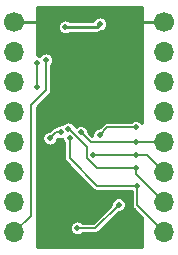
<source format=gbr>
%TF.GenerationSoftware,KiCad,Pcbnew,(5.1.6)-1*%
%TF.CreationDate,2020-10-27T18:31:36-05:00*%
%TF.ProjectId,ice30lp384_dev_board,69636533-306c-4703-9338-345f6465765f,rev?*%
%TF.SameCoordinates,Original*%
%TF.FileFunction,Copper,L2,Bot*%
%TF.FilePolarity,Positive*%
%FSLAX46Y46*%
G04 Gerber Fmt 4.6, Leading zero omitted, Abs format (unit mm)*
G04 Created by KiCad (PCBNEW (5.1.6)-1) date 2020-10-27 18:31:36*
%MOMM*%
%LPD*%
G01*
G04 APERTURE LIST*
%TA.AperFunction,ComponentPad*%
%ADD10C,1.700000*%
%TD*%
%TA.AperFunction,ComponentPad*%
%ADD11O,1.700000X1.700000*%
%TD*%
%TA.AperFunction,ViaPad*%
%ADD12C,0.508000*%
%TD*%
%TA.AperFunction,ViaPad*%
%ADD13C,0.635000*%
%TD*%
%TA.AperFunction,Conductor*%
%ADD14C,0.254000*%
%TD*%
%TA.AperFunction,Conductor*%
%ADD15C,0.152400*%
%TD*%
%TA.AperFunction,Conductor*%
%ADD16C,0.203200*%
%TD*%
G04 APERTURE END LIST*
D10*
%TO.P,J2,1*%
%TO.N,GND*%
X125349000Y-48895000D03*
D11*
%TO.P,J2,2*%
%TO.N,+3V3*%
X125349000Y-51435000D03*
%TO.P,J2,3*%
%TO.N,SCK*%
X125349000Y-53975000D03*
%TO.P,J2,4*%
%TO.N,MISO*%
X125349000Y-56515000D03*
%TO.P,J2,5*%
%TO.N,MOSI*%
X125349000Y-59055000D03*
%TO.P,J2,6*%
%TO.N,CS0*%
X125349000Y-61595000D03*
%TO.P,J2,7*%
%TO.N,CRESET*%
X125349000Y-64135000D03*
%TO.P,J2,8*%
%TO.N,CDONE*%
X125349000Y-66675000D03*
%TD*%
D10*
%TO.P,J1,1*%
%TO.N,GND*%
X112649000Y-48895000D03*
D11*
%TO.P,J1,2*%
%TO.N,+3V3*%
X112649000Y-51435000D03*
%TO.P,J1,3*%
%TO.N,IO_1*%
X112649000Y-53975000D03*
%TO.P,J1,4*%
%TO.N,IO_2*%
X112649000Y-56515000D03*
%TO.P,J1,5*%
%TO.N,IO_3*%
X112649000Y-59055000D03*
%TO.P,J1,6*%
%TO.N,IO_4*%
X112649000Y-61595000D03*
%TO.P,J1,7*%
%TO.N,IO_5*%
X112649000Y-64135000D03*
%TO.P,J1,8*%
%TO.N,IO_32*%
X112649000Y-66675000D03*
%TD*%
D12*
%TO.N,GND*%
X116840000Y-50673000D03*
X116967000Y-48514000D03*
X118237000Y-67564000D03*
X117729000Y-61849000D03*
D13*
X118534000Y-54570000D03*
X122174000Y-52197000D03*
D12*
%TO.N,+3V3*%
X117983000Y-66294000D03*
X121474000Y-64327000D03*
X116604500Y-58160124D03*
X115663765Y-58694436D03*
X114554000Y-52312000D03*
X114554000Y-54356000D03*
%TO.N,+2V5*%
X119888000Y-49022000D03*
X116967000Y-49276000D03*
%TO.N,IO_32*%
X115316000Y-52070000D03*
%TO.N,CDONE*%
X123063000Y-62738000D03*
X117348008Y-58674000D03*
%TO.N,CRESET*%
X122936000Y-61214000D03*
X117221000Y-57912000D03*
%TO.N,CS0*%
X122920747Y-60091326D03*
X119284000Y-60102000D03*
%TO.N,MOSI*%
X122936000Y-59054992D03*
X118275990Y-58202495D03*
%TO.N,SCK*%
X122936000Y-57785000D03*
X119889988Y-58420000D03*
%TD*%
D14*
%TO.N,GND*%
X112649000Y-48895000D02*
X114681000Y-48895000D01*
X125349000Y-48895000D02*
X123063000Y-48895000D01*
D15*
%TO.N,+3V3*%
X119507000Y-66294000D02*
X121474000Y-64327000D01*
X117983000Y-66294000D02*
X119507000Y-66294000D01*
D16*
X116604500Y-58160124D02*
X116198077Y-58160124D01*
X116198077Y-58160124D02*
X115663765Y-58694436D01*
X114554000Y-52312000D02*
X114554000Y-54356000D01*
D14*
%TO.N,+2V5*%
X119888000Y-49022000D02*
X119634000Y-49276000D01*
X119634000Y-49276000D02*
X116967000Y-49276000D01*
D16*
%TO.N,IO_32*%
X112649000Y-66675000D02*
X114046000Y-65278000D01*
X114046000Y-65278000D02*
X114046000Y-55880000D01*
X114046000Y-55880000D02*
X115316000Y-54610000D01*
X115316000Y-54610000D02*
X115316000Y-52070000D01*
D15*
%TO.N,CDONE*%
X125349000Y-66675000D02*
X123063000Y-64389000D01*
X123063000Y-64389000D02*
X123063000Y-62738000D01*
X117348008Y-60404242D02*
X117348008Y-58674000D01*
X119681766Y-62738000D02*
X117348008Y-60404242D01*
X123063000Y-62738000D02*
X119681766Y-62738000D01*
%TO.N,CRESET*%
X125349000Y-64135000D02*
X122936000Y-61722000D01*
X122936000Y-61722000D02*
X122936000Y-61214000D01*
X119681750Y-61214000D02*
X122936000Y-61214000D01*
X118801399Y-60333649D02*
X119681750Y-61214000D01*
X118801399Y-59413141D02*
X118801399Y-60333649D01*
X117300258Y-57912000D02*
X118801399Y-59413141D01*
X117221000Y-57912000D02*
X117300258Y-57912000D01*
D16*
%TO.N,CS0*%
X125349000Y-60960000D02*
X125349000Y-61595000D01*
D15*
X125349000Y-61595000D02*
X123845326Y-60091326D01*
X123845326Y-60091326D02*
X122920747Y-60091326D01*
X122920747Y-60091326D02*
X119294674Y-60091326D01*
X119294674Y-60091326D02*
X119284000Y-60102000D01*
D16*
%TO.N,MOSI*%
X125349000Y-58928000D02*
X125349000Y-59055000D01*
D15*
X125349000Y-59055000D02*
X122936008Y-59055000D01*
X122936008Y-59055000D02*
X122936000Y-59054992D01*
X122936000Y-59054992D02*
X119128487Y-59054992D01*
X119128487Y-59054992D02*
X118275990Y-58202495D01*
%TO.N,SCK*%
X120524988Y-57785000D02*
X119889988Y-58420000D01*
X122936000Y-57785000D02*
X120524988Y-57785000D01*
%TD*%
D14*
%TO.N,GND*%
G36*
X123444000Y-57402307D02*
G01*
X123429236Y-57380211D01*
X123340789Y-57291764D01*
X123236785Y-57222271D01*
X123121223Y-57174403D01*
X122998542Y-57150000D01*
X122873458Y-57150000D01*
X122750777Y-57174403D01*
X122635215Y-57222271D01*
X122531211Y-57291764D01*
X122495175Y-57327800D01*
X120547438Y-57327800D01*
X120524988Y-57325589D01*
X120502538Y-57327800D01*
X120502528Y-57327800D01*
X120435361Y-57334415D01*
X120369237Y-57354474D01*
X120349178Y-57360559D01*
X120269752Y-57403013D01*
X120217580Y-57445829D01*
X120217574Y-57445835D01*
X120200135Y-57460147D01*
X120185822Y-57477587D01*
X119878410Y-57785000D01*
X119827446Y-57785000D01*
X119704765Y-57809403D01*
X119589203Y-57857271D01*
X119485199Y-57926764D01*
X119396752Y-58015211D01*
X119327259Y-58119215D01*
X119279391Y-58234777D01*
X119254988Y-58357458D01*
X119254988Y-58482542D01*
X119267993Y-58547920D01*
X118910990Y-58190918D01*
X118910990Y-58139953D01*
X118886587Y-58017272D01*
X118838719Y-57901710D01*
X118769226Y-57797706D01*
X118680779Y-57709259D01*
X118576775Y-57639766D01*
X118461213Y-57591898D01*
X118338532Y-57567495D01*
X118213448Y-57567495D01*
X118090767Y-57591898D01*
X117975205Y-57639766D01*
X117871201Y-57709259D01*
X117835261Y-57745199D01*
X117831597Y-57726777D01*
X117783729Y-57611215D01*
X117714236Y-57507211D01*
X117625789Y-57418764D01*
X117521785Y-57349271D01*
X117406223Y-57301403D01*
X117283542Y-57277000D01*
X117158458Y-57277000D01*
X117035777Y-57301403D01*
X116920215Y-57349271D01*
X116816211Y-57418764D01*
X116727764Y-57507211D01*
X116710075Y-57533684D01*
X116667042Y-57525124D01*
X116541958Y-57525124D01*
X116419277Y-57549527D01*
X116303715Y-57597395D01*
X116199711Y-57666888D01*
X116190682Y-57675917D01*
X116174371Y-57677524D01*
X116174370Y-57677524D01*
X116103471Y-57684507D01*
X116012500Y-57712102D01*
X115928662Y-57756915D01*
X115855176Y-57817223D01*
X115840060Y-57835642D01*
X115616266Y-58059436D01*
X115601223Y-58059436D01*
X115478542Y-58083839D01*
X115362980Y-58131707D01*
X115258976Y-58201200D01*
X115170529Y-58289647D01*
X115101036Y-58393651D01*
X115053168Y-58509213D01*
X115028765Y-58631894D01*
X115028765Y-58756978D01*
X115053168Y-58879659D01*
X115101036Y-58995221D01*
X115170529Y-59099225D01*
X115258976Y-59187672D01*
X115362980Y-59257165D01*
X115478542Y-59305033D01*
X115601223Y-59329436D01*
X115726307Y-59329436D01*
X115848988Y-59305033D01*
X115964550Y-59257165D01*
X116068554Y-59187672D01*
X116157001Y-59099225D01*
X116226494Y-58995221D01*
X116274362Y-58879659D01*
X116298765Y-58756978D01*
X116298765Y-58741935D01*
X116313708Y-58726992D01*
X116419277Y-58770721D01*
X116541958Y-58795124D01*
X116667042Y-58795124D01*
X116722468Y-58784099D01*
X116737411Y-58859223D01*
X116785279Y-58974785D01*
X116854772Y-59078789D01*
X116890809Y-59114826D01*
X116890808Y-60381792D01*
X116888597Y-60404242D01*
X116890808Y-60426692D01*
X116890808Y-60426701D01*
X116897423Y-60493868D01*
X116923567Y-60580050D01*
X116966021Y-60659477D01*
X117023155Y-60729095D01*
X117040605Y-60743416D01*
X119342596Y-63045408D01*
X119356913Y-63062853D01*
X119374358Y-63077170D01*
X119426529Y-63119987D01*
X119468983Y-63142678D01*
X119505957Y-63162441D01*
X119592139Y-63188585D01*
X119659306Y-63195200D01*
X119659315Y-63195200D01*
X119681765Y-63197411D01*
X119704215Y-63195200D01*
X122605801Y-63195200D01*
X122605800Y-64366550D01*
X122603589Y-64389000D01*
X122605800Y-64411450D01*
X122605800Y-64411459D01*
X122612415Y-64478626D01*
X122638559Y-64564808D01*
X122681013Y-64644235D01*
X122738147Y-64713853D01*
X122755597Y-64728174D01*
X123444000Y-65416577D01*
X123444000Y-67945000D01*
X114554000Y-67945000D01*
X114554000Y-66231458D01*
X117348000Y-66231458D01*
X117348000Y-66356542D01*
X117372403Y-66479223D01*
X117420271Y-66594785D01*
X117489764Y-66698789D01*
X117578211Y-66787236D01*
X117682215Y-66856729D01*
X117797777Y-66904597D01*
X117920458Y-66929000D01*
X118045542Y-66929000D01*
X118168223Y-66904597D01*
X118283785Y-66856729D01*
X118387789Y-66787236D01*
X118423825Y-66751200D01*
X119484550Y-66751200D01*
X119507000Y-66753411D01*
X119529450Y-66751200D01*
X119529460Y-66751200D01*
X119596627Y-66744585D01*
X119682809Y-66718441D01*
X119762236Y-66675987D01*
X119831853Y-66618853D01*
X119846174Y-66601403D01*
X121485578Y-64962000D01*
X121536542Y-64962000D01*
X121659223Y-64937597D01*
X121774785Y-64889729D01*
X121878789Y-64820236D01*
X121967236Y-64731789D01*
X122036729Y-64627785D01*
X122084597Y-64512223D01*
X122109000Y-64389542D01*
X122109000Y-64264458D01*
X122084597Y-64141777D01*
X122036729Y-64026215D01*
X121967236Y-63922211D01*
X121878789Y-63833764D01*
X121774785Y-63764271D01*
X121659223Y-63716403D01*
X121536542Y-63692000D01*
X121411458Y-63692000D01*
X121288777Y-63716403D01*
X121173215Y-63764271D01*
X121069211Y-63833764D01*
X120980764Y-63922211D01*
X120911271Y-64026215D01*
X120863403Y-64141777D01*
X120839000Y-64264458D01*
X120839000Y-64315422D01*
X119317623Y-65836800D01*
X118423825Y-65836800D01*
X118387789Y-65800764D01*
X118283785Y-65731271D01*
X118168223Y-65683403D01*
X118045542Y-65659000D01*
X117920458Y-65659000D01*
X117797777Y-65683403D01*
X117682215Y-65731271D01*
X117578211Y-65800764D01*
X117489764Y-65889211D01*
X117420271Y-65993215D01*
X117372403Y-66108777D01*
X117348000Y-66231458D01*
X114554000Y-66231458D01*
X114554000Y-56054499D01*
X115640482Y-54968017D01*
X115658901Y-54952901D01*
X115719209Y-54879415D01*
X115764022Y-54795577D01*
X115791617Y-54704606D01*
X115798600Y-54633707D01*
X115798600Y-54633706D01*
X115800935Y-54610001D01*
X115798600Y-54586296D01*
X115798600Y-52485425D01*
X115809236Y-52474789D01*
X115878729Y-52370785D01*
X115926597Y-52255223D01*
X115951000Y-52132542D01*
X115951000Y-52007458D01*
X115926597Y-51884777D01*
X115878729Y-51769215D01*
X115809236Y-51665211D01*
X115720789Y-51576764D01*
X115616785Y-51507271D01*
X115501223Y-51459403D01*
X115378542Y-51435000D01*
X115253458Y-51435000D01*
X115130777Y-51459403D01*
X115015215Y-51507271D01*
X114911211Y-51576764D01*
X114822764Y-51665211D01*
X114785714Y-51720660D01*
X114739223Y-51701403D01*
X114616542Y-51677000D01*
X114554000Y-51677000D01*
X114554000Y-49213458D01*
X116332000Y-49213458D01*
X116332000Y-49338542D01*
X116356403Y-49461223D01*
X116404271Y-49576785D01*
X116473764Y-49680789D01*
X116562211Y-49769236D01*
X116666215Y-49838729D01*
X116781777Y-49886597D01*
X116904458Y-49911000D01*
X117029542Y-49911000D01*
X117152223Y-49886597D01*
X117267785Y-49838729D01*
X117349693Y-49784000D01*
X119609056Y-49784000D01*
X119634000Y-49786457D01*
X119658944Y-49784000D01*
X119658947Y-49784000D01*
X119733585Y-49776649D01*
X119829343Y-49747601D01*
X119917595Y-49700429D01*
X119976904Y-49651756D01*
X120073223Y-49632597D01*
X120188785Y-49584729D01*
X120292789Y-49515236D01*
X120381236Y-49426789D01*
X120450729Y-49322785D01*
X120498597Y-49207223D01*
X120523000Y-49084542D01*
X120523000Y-48959458D01*
X120498597Y-48836777D01*
X120450729Y-48721215D01*
X120381236Y-48617211D01*
X120292789Y-48528764D01*
X120188785Y-48459271D01*
X120073223Y-48411403D01*
X119950542Y-48387000D01*
X119825458Y-48387000D01*
X119702777Y-48411403D01*
X119587215Y-48459271D01*
X119483211Y-48528764D01*
X119394764Y-48617211D01*
X119325271Y-48721215D01*
X119305892Y-48768000D01*
X117349693Y-48768000D01*
X117267785Y-48713271D01*
X117152223Y-48665403D01*
X117029542Y-48641000D01*
X116904458Y-48641000D01*
X116781777Y-48665403D01*
X116666215Y-48713271D01*
X116562211Y-48782764D01*
X116473764Y-48871211D01*
X116404271Y-48975215D01*
X116356403Y-49090777D01*
X116332000Y-49213458D01*
X114554000Y-49213458D01*
X114554000Y-47625000D01*
X123444000Y-47625000D01*
X123444000Y-57402307D01*
G37*
X123444000Y-57402307D02*
X123429236Y-57380211D01*
X123340789Y-57291764D01*
X123236785Y-57222271D01*
X123121223Y-57174403D01*
X122998542Y-57150000D01*
X122873458Y-57150000D01*
X122750777Y-57174403D01*
X122635215Y-57222271D01*
X122531211Y-57291764D01*
X122495175Y-57327800D01*
X120547438Y-57327800D01*
X120524988Y-57325589D01*
X120502538Y-57327800D01*
X120502528Y-57327800D01*
X120435361Y-57334415D01*
X120369237Y-57354474D01*
X120349178Y-57360559D01*
X120269752Y-57403013D01*
X120217580Y-57445829D01*
X120217574Y-57445835D01*
X120200135Y-57460147D01*
X120185822Y-57477587D01*
X119878410Y-57785000D01*
X119827446Y-57785000D01*
X119704765Y-57809403D01*
X119589203Y-57857271D01*
X119485199Y-57926764D01*
X119396752Y-58015211D01*
X119327259Y-58119215D01*
X119279391Y-58234777D01*
X119254988Y-58357458D01*
X119254988Y-58482542D01*
X119267993Y-58547920D01*
X118910990Y-58190918D01*
X118910990Y-58139953D01*
X118886587Y-58017272D01*
X118838719Y-57901710D01*
X118769226Y-57797706D01*
X118680779Y-57709259D01*
X118576775Y-57639766D01*
X118461213Y-57591898D01*
X118338532Y-57567495D01*
X118213448Y-57567495D01*
X118090767Y-57591898D01*
X117975205Y-57639766D01*
X117871201Y-57709259D01*
X117835261Y-57745199D01*
X117831597Y-57726777D01*
X117783729Y-57611215D01*
X117714236Y-57507211D01*
X117625789Y-57418764D01*
X117521785Y-57349271D01*
X117406223Y-57301403D01*
X117283542Y-57277000D01*
X117158458Y-57277000D01*
X117035777Y-57301403D01*
X116920215Y-57349271D01*
X116816211Y-57418764D01*
X116727764Y-57507211D01*
X116710075Y-57533684D01*
X116667042Y-57525124D01*
X116541958Y-57525124D01*
X116419277Y-57549527D01*
X116303715Y-57597395D01*
X116199711Y-57666888D01*
X116190682Y-57675917D01*
X116174371Y-57677524D01*
X116174370Y-57677524D01*
X116103471Y-57684507D01*
X116012500Y-57712102D01*
X115928662Y-57756915D01*
X115855176Y-57817223D01*
X115840060Y-57835642D01*
X115616266Y-58059436D01*
X115601223Y-58059436D01*
X115478542Y-58083839D01*
X115362980Y-58131707D01*
X115258976Y-58201200D01*
X115170529Y-58289647D01*
X115101036Y-58393651D01*
X115053168Y-58509213D01*
X115028765Y-58631894D01*
X115028765Y-58756978D01*
X115053168Y-58879659D01*
X115101036Y-58995221D01*
X115170529Y-59099225D01*
X115258976Y-59187672D01*
X115362980Y-59257165D01*
X115478542Y-59305033D01*
X115601223Y-59329436D01*
X115726307Y-59329436D01*
X115848988Y-59305033D01*
X115964550Y-59257165D01*
X116068554Y-59187672D01*
X116157001Y-59099225D01*
X116226494Y-58995221D01*
X116274362Y-58879659D01*
X116298765Y-58756978D01*
X116298765Y-58741935D01*
X116313708Y-58726992D01*
X116419277Y-58770721D01*
X116541958Y-58795124D01*
X116667042Y-58795124D01*
X116722468Y-58784099D01*
X116737411Y-58859223D01*
X116785279Y-58974785D01*
X116854772Y-59078789D01*
X116890809Y-59114826D01*
X116890808Y-60381792D01*
X116888597Y-60404242D01*
X116890808Y-60426692D01*
X116890808Y-60426701D01*
X116897423Y-60493868D01*
X116923567Y-60580050D01*
X116966021Y-60659477D01*
X117023155Y-60729095D01*
X117040605Y-60743416D01*
X119342596Y-63045408D01*
X119356913Y-63062853D01*
X119374358Y-63077170D01*
X119426529Y-63119987D01*
X119468983Y-63142678D01*
X119505957Y-63162441D01*
X119592139Y-63188585D01*
X119659306Y-63195200D01*
X119659315Y-63195200D01*
X119681765Y-63197411D01*
X119704215Y-63195200D01*
X122605801Y-63195200D01*
X122605800Y-64366550D01*
X122603589Y-64389000D01*
X122605800Y-64411450D01*
X122605800Y-64411459D01*
X122612415Y-64478626D01*
X122638559Y-64564808D01*
X122681013Y-64644235D01*
X122738147Y-64713853D01*
X122755597Y-64728174D01*
X123444000Y-65416577D01*
X123444000Y-67945000D01*
X114554000Y-67945000D01*
X114554000Y-66231458D01*
X117348000Y-66231458D01*
X117348000Y-66356542D01*
X117372403Y-66479223D01*
X117420271Y-66594785D01*
X117489764Y-66698789D01*
X117578211Y-66787236D01*
X117682215Y-66856729D01*
X117797777Y-66904597D01*
X117920458Y-66929000D01*
X118045542Y-66929000D01*
X118168223Y-66904597D01*
X118283785Y-66856729D01*
X118387789Y-66787236D01*
X118423825Y-66751200D01*
X119484550Y-66751200D01*
X119507000Y-66753411D01*
X119529450Y-66751200D01*
X119529460Y-66751200D01*
X119596627Y-66744585D01*
X119682809Y-66718441D01*
X119762236Y-66675987D01*
X119831853Y-66618853D01*
X119846174Y-66601403D01*
X121485578Y-64962000D01*
X121536542Y-64962000D01*
X121659223Y-64937597D01*
X121774785Y-64889729D01*
X121878789Y-64820236D01*
X121967236Y-64731789D01*
X122036729Y-64627785D01*
X122084597Y-64512223D01*
X122109000Y-64389542D01*
X122109000Y-64264458D01*
X122084597Y-64141777D01*
X122036729Y-64026215D01*
X121967236Y-63922211D01*
X121878789Y-63833764D01*
X121774785Y-63764271D01*
X121659223Y-63716403D01*
X121536542Y-63692000D01*
X121411458Y-63692000D01*
X121288777Y-63716403D01*
X121173215Y-63764271D01*
X121069211Y-63833764D01*
X120980764Y-63922211D01*
X120911271Y-64026215D01*
X120863403Y-64141777D01*
X120839000Y-64264458D01*
X120839000Y-64315422D01*
X119317623Y-65836800D01*
X118423825Y-65836800D01*
X118387789Y-65800764D01*
X118283785Y-65731271D01*
X118168223Y-65683403D01*
X118045542Y-65659000D01*
X117920458Y-65659000D01*
X117797777Y-65683403D01*
X117682215Y-65731271D01*
X117578211Y-65800764D01*
X117489764Y-65889211D01*
X117420271Y-65993215D01*
X117372403Y-66108777D01*
X117348000Y-66231458D01*
X114554000Y-66231458D01*
X114554000Y-56054499D01*
X115640482Y-54968017D01*
X115658901Y-54952901D01*
X115719209Y-54879415D01*
X115764022Y-54795577D01*
X115791617Y-54704606D01*
X115798600Y-54633707D01*
X115798600Y-54633706D01*
X115800935Y-54610001D01*
X115798600Y-54586296D01*
X115798600Y-52485425D01*
X115809236Y-52474789D01*
X115878729Y-52370785D01*
X115926597Y-52255223D01*
X115951000Y-52132542D01*
X115951000Y-52007458D01*
X115926597Y-51884777D01*
X115878729Y-51769215D01*
X115809236Y-51665211D01*
X115720789Y-51576764D01*
X115616785Y-51507271D01*
X115501223Y-51459403D01*
X115378542Y-51435000D01*
X115253458Y-51435000D01*
X115130777Y-51459403D01*
X115015215Y-51507271D01*
X114911211Y-51576764D01*
X114822764Y-51665211D01*
X114785714Y-51720660D01*
X114739223Y-51701403D01*
X114616542Y-51677000D01*
X114554000Y-51677000D01*
X114554000Y-49213458D01*
X116332000Y-49213458D01*
X116332000Y-49338542D01*
X116356403Y-49461223D01*
X116404271Y-49576785D01*
X116473764Y-49680789D01*
X116562211Y-49769236D01*
X116666215Y-49838729D01*
X116781777Y-49886597D01*
X116904458Y-49911000D01*
X117029542Y-49911000D01*
X117152223Y-49886597D01*
X117267785Y-49838729D01*
X117349693Y-49784000D01*
X119609056Y-49784000D01*
X119634000Y-49786457D01*
X119658944Y-49784000D01*
X119658947Y-49784000D01*
X119733585Y-49776649D01*
X119829343Y-49747601D01*
X119917595Y-49700429D01*
X119976904Y-49651756D01*
X120073223Y-49632597D01*
X120188785Y-49584729D01*
X120292789Y-49515236D01*
X120381236Y-49426789D01*
X120450729Y-49322785D01*
X120498597Y-49207223D01*
X120523000Y-49084542D01*
X120523000Y-48959458D01*
X120498597Y-48836777D01*
X120450729Y-48721215D01*
X120381236Y-48617211D01*
X120292789Y-48528764D01*
X120188785Y-48459271D01*
X120073223Y-48411403D01*
X119950542Y-48387000D01*
X119825458Y-48387000D01*
X119702777Y-48411403D01*
X119587215Y-48459271D01*
X119483211Y-48528764D01*
X119394764Y-48617211D01*
X119325271Y-48721215D01*
X119305892Y-48768000D01*
X117349693Y-48768000D01*
X117267785Y-48713271D01*
X117152223Y-48665403D01*
X117029542Y-48641000D01*
X116904458Y-48641000D01*
X116781777Y-48665403D01*
X116666215Y-48713271D01*
X116562211Y-48782764D01*
X116473764Y-48871211D01*
X116404271Y-48975215D01*
X116356403Y-49090777D01*
X116332000Y-49213458D01*
X114554000Y-49213458D01*
X114554000Y-47625000D01*
X123444000Y-47625000D01*
X123444000Y-57402307D01*
%TD*%
M02*

</source>
